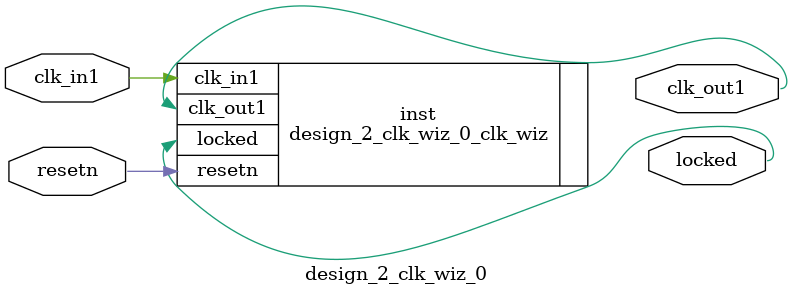
<source format=v>


`timescale 1ps/1ps

(* CORE_GENERATION_INFO = "design_2_clk_wiz_0,clk_wiz_v6_0_5_0_0,{component_name=design_2_clk_wiz_0,use_phase_alignment=true,use_min_o_jitter=false,use_max_i_jitter=false,use_dyn_phase_shift=false,use_inclk_switchover=false,use_dyn_reconfig=false,enable_axi=0,feedback_source=FDBK_AUTO,PRIMITIVE=MMCM,num_out_clk=1,clkin1_period=10.000,clkin2_period=10.000,use_power_down=false,use_reset=true,use_locked=true,use_inclk_stopped=false,feedback_type=SINGLE,CLOCK_MGR_TYPE=NA,manual_override=false}" *)

module design_2_clk_wiz_0 
 (
  // Clock out ports
  output        clk_out1,
  // Status and control signals
  input         resetn,
  output        locked,
 // Clock in ports
  input         clk_in1
 );

  design_2_clk_wiz_0_clk_wiz inst
  (
  // Clock out ports  
  .clk_out1(clk_out1),
  // Status and control signals               
  .resetn(resetn), 
  .locked(locked),
 // Clock in ports
  .clk_in1(clk_in1)
  );

endmodule

</source>
